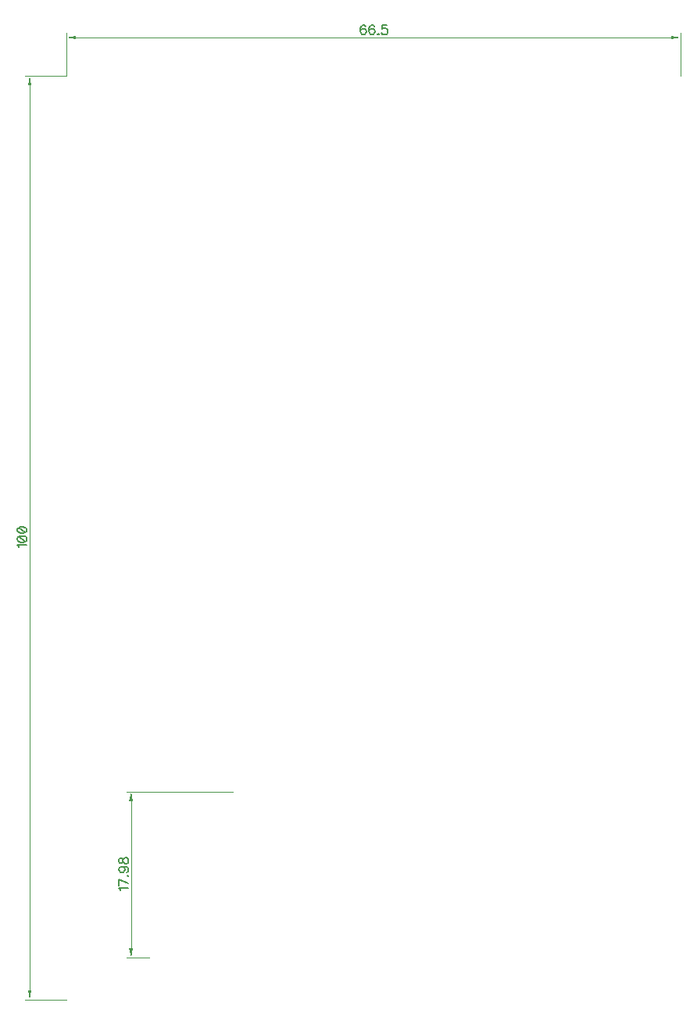
<source format=gbr>
G04 DipTrace 3.3.1.1*
G04 TopDimension.gbr*
%MOIN*%
G04 #@! TF.FileFunction,Drawing,Top*
G04 #@! TF.Part,Single*
%ADD13C,0.001378*%
%ADD35C,0.006176*%
%FSLAX26Y26*%
G04*
G70*
G90*
G75*
G01*
G04 TopDimension*
%LPD*%
X394016Y4331024D2*
D13*
X216850D1*
X394016Y394016D2*
X216850D1*
X236535Y2362520D2*
Y4291654D1*
G36*
Y4331024D2*
X244409Y4291654D1*
X228661D1*
X236535Y4331024D1*
G37*
Y2362520D2*
D13*
Y433386D1*
G36*
Y394016D2*
X228661Y433386D1*
X244409D1*
X236535Y394016D1*
G37*
X1102677Y1279843D2*
D13*
X649921D1*
X748346Y571829D2*
X649921D1*
X669606Y925836D2*
Y1240472D1*
G36*
Y1279843D2*
X677480Y1240472D1*
X661732D1*
X669606Y1279843D1*
G37*
Y925836D2*
D13*
Y611199D1*
G36*
Y571829D2*
X661732Y611199D1*
X677480D1*
X669606Y571829D1*
G37*
X394016Y4331024D2*
D13*
Y4516115D1*
X3012126Y4331024D2*
Y4516115D1*
X1703071Y4496430D2*
X433386D1*
G36*
X394016D2*
X433386Y4504304D1*
Y4488556D1*
X394016Y4496430D1*
G37*
X1703071D2*
D13*
X2972756D1*
G36*
X3012126D2*
X2972756Y4488556D1*
Y4504304D1*
X3012126Y4496430D1*
G37*
X191826Y2321664D2*
D35*
X189881Y2325511D1*
X184177Y2331259D1*
X224325D1*
X184177Y2355106D2*
X186078Y2349358D1*
X191826Y2345512D1*
X201377Y2343610D1*
X207125D1*
X216675Y2345512D1*
X222423Y2349358D1*
X224325Y2355106D1*
Y2358909D1*
X222423Y2364657D1*
X216675Y2368459D1*
X207125Y2370405D1*
X201377D1*
X191826Y2368459D1*
X186078Y2364657D1*
X184177Y2358909D1*
Y2355106D1*
X191826Y2368459D2*
X216675Y2345512D1*
X184177Y2394252D2*
X186078Y2388504D1*
X191826Y2384658D1*
X201377Y2382756D1*
X207125D1*
X216675Y2384658D1*
X222423Y2388504D1*
X224325Y2394252D1*
Y2398055D1*
X222423Y2403803D1*
X216675Y2407606D1*
X207125Y2409551D1*
X201377D1*
X191826Y2407606D1*
X186078Y2403803D1*
X184177Y2398055D1*
Y2394252D1*
X191826Y2407606D2*
X216675Y2384658D1*
X624897Y858281D2*
X622952Y862128D1*
X617248Y867876D1*
X657396D1*
Y887876D2*
X617248Y907022D1*
Y880227D1*
X653549Y921275D2*
X655494Y919373D1*
X657396Y921275D1*
X655494Y923220D1*
X653549Y921275D1*
X630601Y960465D2*
X636349Y958519D1*
X640196Y954717D1*
X642097Y948969D1*
Y947067D1*
X640196Y941319D1*
X636349Y937517D1*
X630601Y935571D1*
X628700D1*
X622952Y937517D1*
X619149Y941319D1*
X617248Y947067D1*
Y948969D1*
X619149Y954717D1*
X622952Y958519D1*
X630601Y960465D1*
X640196D1*
X649746Y958519D1*
X655494Y954717D1*
X657396Y948969D1*
Y945166D1*
X655494Y939418D1*
X651648Y937517D1*
X617248Y982367D2*
X619149Y976663D1*
X622952Y974717D1*
X626798D1*
X630601Y976663D1*
X632546Y980465D1*
X634448Y988115D1*
X636349Y993863D1*
X640196Y997665D1*
X643998Y999567D1*
X649746D1*
X653549Y997665D1*
X655494Y995764D1*
X657396Y990016D1*
Y982367D1*
X655494Y976663D1*
X653549Y974717D1*
X649746Y972816D1*
X643998D1*
X640196Y974717D1*
X636349Y978564D1*
X634448Y984268D1*
X632546Y991917D1*
X630601Y995764D1*
X626798Y997665D1*
X622952D1*
X619149Y995764D1*
X617248Y990016D1*
Y982367D1*
X1670410Y4543085D2*
X1668508Y4546888D1*
X1662760Y4548789D1*
X1658958D1*
X1653210Y4546888D1*
X1649363Y4541140D1*
X1647462Y4531589D1*
Y4522039D1*
X1649363Y4514389D1*
X1653210Y4510542D1*
X1658958Y4508641D1*
X1660859D1*
X1666563Y4510542D1*
X1670410Y4514389D1*
X1672311Y4520137D1*
Y4522039D1*
X1670410Y4527787D1*
X1666563Y4531589D1*
X1660859Y4533490D1*
X1658958D1*
X1653210Y4531589D1*
X1649363Y4527787D1*
X1647462Y4522039D1*
X1707610Y4543085D2*
X1705709Y4546888D1*
X1699961Y4548789D1*
X1696158D1*
X1690410Y4546888D1*
X1686564Y4541140D1*
X1684662Y4531589D1*
Y4522039D1*
X1686564Y4514389D1*
X1690410Y4510542D1*
X1696158Y4508641D1*
X1698060D1*
X1703763Y4510542D1*
X1707610Y4514389D1*
X1709511Y4520137D1*
Y4522039D1*
X1707610Y4527787D1*
X1703763Y4531589D1*
X1698060Y4533490D1*
X1696158D1*
X1690410Y4531589D1*
X1686564Y4527787D1*
X1684662Y4522039D1*
X1723764Y4512488D2*
X1721863Y4510542D1*
X1723764Y4508641D1*
X1725710Y4510542D1*
X1723764Y4512488D1*
X1761009Y4548789D2*
X1741908D1*
X1740007Y4531589D1*
X1741908Y4533490D1*
X1747656Y4535436D1*
X1753360D1*
X1759108Y4533490D1*
X1762954Y4529688D1*
X1764856Y4523940D1*
Y4520137D1*
X1762954Y4514389D1*
X1759108Y4510542D1*
X1753360Y4508641D1*
X1747656D1*
X1741908Y4510542D1*
X1740007Y4512488D1*
X1738061Y4516291D1*
M02*

</source>
